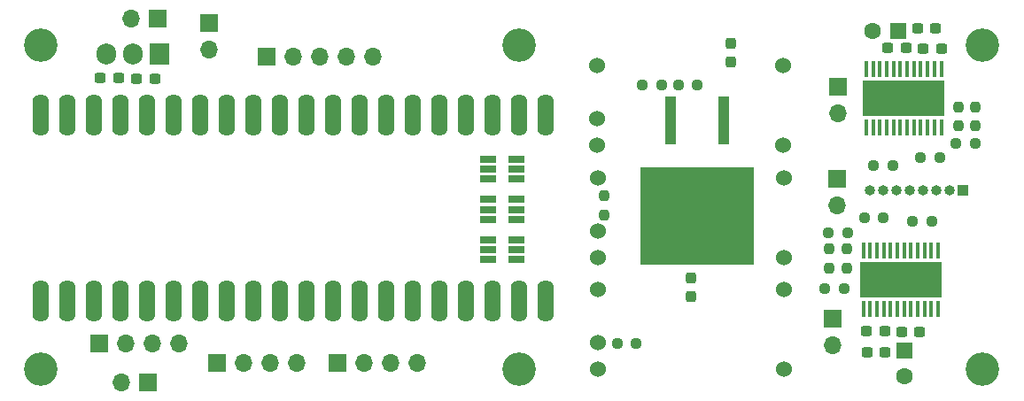
<source format=gbr>
%TF.GenerationSoftware,KiCad,Pcbnew,(6.0.2)*%
%TF.CreationDate,2023-02-07T01:45:27+03:00*%
%TF.ProjectId,Pistol_Camera_Driver,50697374-6f6c-45f4-9361-6d6572615f44,rev?*%
%TF.SameCoordinates,Original*%
%TF.FileFunction,Soldermask,Bot*%
%TF.FilePolarity,Negative*%
%FSLAX46Y46*%
G04 Gerber Fmt 4.6, Leading zero omitted, Abs format (unit mm)*
G04 Created by KiCad (PCBNEW (6.0.2)) date 2023-02-07 01:45:27*
%MOMM*%
%LPD*%
G01*
G04 APERTURE LIST*
G04 Aperture macros list*
%AMRoundRect*
0 Rectangle with rounded corners*
0 $1 Rounding radius*
0 $2 $3 $4 $5 $6 $7 $8 $9 X,Y pos of 4 corners*
0 Add a 4 corners polygon primitive as box body*
4,1,4,$2,$3,$4,$5,$6,$7,$8,$9,$2,$3,0*
0 Add four circle primitives for the rounded corners*
1,1,$1+$1,$2,$3*
1,1,$1+$1,$4,$5*
1,1,$1+$1,$6,$7*
1,1,$1+$1,$8,$9*
0 Add four rect primitives between the rounded corners*
20,1,$1+$1,$2,$3,$4,$5,0*
20,1,$1+$1,$4,$5,$6,$7,0*
20,1,$1+$1,$6,$7,$8,$9,0*
20,1,$1+$1,$8,$9,$2,$3,0*%
G04 Aperture macros list end*
%ADD10RoundRect,0.237500X0.237500X-0.250000X0.237500X0.250000X-0.237500X0.250000X-0.237500X-0.250000X0*%
%ADD11R,1.700000X1.700000*%
%ADD12O,1.700000X1.700000*%
%ADD13C,3.200000*%
%ADD14C,1.524000*%
%ADD15R,1.600000X1.600000*%
%ADD16C,1.600000*%
%ADD17R,1.905000X2.000000*%
%ADD18O,1.905000X2.000000*%
%ADD19O,1.600000X4.000000*%
%ADD20R,1.000000X1.000000*%
%ADD21O,1.000000X1.000000*%
%ADD22RoundRect,0.237500X-0.300000X-0.237500X0.300000X-0.237500X0.300000X0.237500X-0.300000X0.237500X0*%
%ADD23RoundRect,0.237500X-0.250000X-0.237500X0.250000X-0.237500X0.250000X0.237500X-0.250000X0.237500X0*%
%ADD24RoundRect,0.237500X0.250000X0.237500X-0.250000X0.237500X-0.250000X-0.237500X0.250000X-0.237500X0*%
%ADD25RoundRect,0.237500X-0.237500X0.250000X-0.237500X-0.250000X0.237500X-0.250000X0.237500X0.250000X0*%
%ADD26RoundRect,0.237500X0.300000X0.237500X-0.300000X0.237500X-0.300000X-0.237500X0.300000X-0.237500X0*%
%ADD27R,1.100000X4.600000*%
%ADD28R,10.800000X9.400000*%
%ADD29R,1.560000X0.650000*%
%ADD30RoundRect,0.237500X-0.237500X0.300000X-0.237500X-0.300000X0.237500X-0.300000X0.237500X0.300000X0*%
%ADD31R,0.300000X1.550000*%
%ADD32R,7.800000X3.400000*%
%ADD33RoundRect,0.237500X0.237500X-0.300000X0.237500X0.300000X-0.237500X0.300000X-0.237500X-0.300000X0*%
G04 APERTURE END LIST*
D10*
%TO.C,R15*%
X133250000Y-45250000D03*
X133250000Y-43425000D03*
%TD*%
D11*
%TO.C,J10*%
X84960000Y-57600000D03*
D12*
X87500000Y-57600000D03*
X90040000Y-57600000D03*
X92580000Y-57600000D03*
%TD*%
D11*
%TO.C,J1*%
X89640000Y-61300000D03*
D12*
X87100000Y-61300000D03*
%TD*%
D13*
%TO.C,REF\u002A\u002A*%
X125165000Y-60000000D03*
%TD*%
%TO.C,REF\u002A\u002A*%
X125165000Y-29000000D03*
%TD*%
D14*
%TO.C,U11*%
X132700000Y-41700000D03*
X132700000Y-46780000D03*
X132700000Y-49320000D03*
X150480000Y-49320000D03*
X150480000Y-41700000D03*
%TD*%
D11*
%TO.C,J9*%
X155550000Y-41800000D03*
D12*
X155550000Y-44340000D03*
%TD*%
D15*
%TO.C,C1*%
X162000000Y-58200000D03*
D16*
X162000000Y-60700000D03*
%TD*%
D15*
%TO.C,C9*%
X161400000Y-27700000D03*
D16*
X158900000Y-27700000D03*
%TD*%
D11*
%TO.C,J3*%
X95475000Y-26930000D03*
D12*
X95475000Y-29470000D03*
%TD*%
D11*
%TO.C,J7*%
X155075000Y-55150000D03*
D12*
X155075000Y-57690000D03*
%TD*%
D17*
%TO.C,U1*%
X90790000Y-29900000D03*
D18*
X88250000Y-29900000D03*
X85710000Y-29900000D03*
%TD*%
D19*
%TO.C,U3*%
X79445000Y-53505000D03*
X81985000Y-53505000D03*
X84525000Y-53505000D03*
X87065000Y-53505000D03*
X89605000Y-53505000D03*
X92145000Y-53505000D03*
X94685000Y-53505000D03*
X97225000Y-53505000D03*
X99765000Y-53505000D03*
X102305000Y-53505000D03*
X104845000Y-53505000D03*
X107385000Y-53505000D03*
X109925000Y-53505000D03*
X112465000Y-53505000D03*
X115005000Y-53505000D03*
X117545000Y-53505000D03*
X120085000Y-53505000D03*
X122625000Y-53505000D03*
X125165000Y-53505000D03*
X127705000Y-53505000D03*
X127705000Y-35725000D03*
X125165000Y-35725000D03*
X122625000Y-35725000D03*
X120085000Y-35725000D03*
X117545000Y-35725000D03*
X115005000Y-35725000D03*
X112465000Y-35725000D03*
X109925000Y-35725000D03*
X107385000Y-35725000D03*
X104845000Y-35725000D03*
X102305000Y-35725000D03*
X99765000Y-35725000D03*
X97225000Y-35725000D03*
X94685000Y-35725000D03*
X92145000Y-35725000D03*
X89605000Y-35725000D03*
X87065000Y-35725000D03*
X84525000Y-35725000D03*
X81985000Y-35725000D03*
X79445000Y-35725000D03*
%TD*%
D13*
%TO.C,REF\u002A\u002A*%
X79445000Y-29000000D03*
%TD*%
D11*
%TO.C,J4*%
X90550000Y-26450000D03*
D12*
X88010000Y-26450000D03*
%TD*%
D13*
%TO.C,REF\u002A\u002A*%
X169445000Y-60000000D03*
%TD*%
D11*
%TO.C,J5*%
X107750000Y-59450000D03*
D12*
X110290000Y-59450000D03*
X112830000Y-59450000D03*
X115370000Y-59450000D03*
%TD*%
D11*
%TO.C,Je1*%
X155575000Y-33050000D03*
D12*
X155575000Y-35590000D03*
%TD*%
D14*
%TO.C,U9*%
X132600000Y-31000000D03*
X132600000Y-36080000D03*
X132600000Y-38620000D03*
X150380000Y-38620000D03*
X150380000Y-31000000D03*
%TD*%
%TO.C,U7*%
X132660000Y-52390000D03*
X132660000Y-57470000D03*
X132660000Y-60010000D03*
X150440000Y-60010000D03*
X150440000Y-52390000D03*
%TD*%
D13*
%TO.C,REF\u002A\u002A*%
X79445000Y-60000000D03*
%TD*%
D11*
%TO.C,J8*%
X96300000Y-59450000D03*
D12*
X98840000Y-59450000D03*
X101380000Y-59450000D03*
X103920000Y-59450000D03*
%TD*%
D20*
%TO.C,J2*%
X167550000Y-42875000D03*
D21*
X166280000Y-42875000D03*
X165010000Y-42875000D03*
X163740000Y-42875000D03*
X162470000Y-42875000D03*
X161200000Y-42875000D03*
X159930000Y-42875000D03*
X158660000Y-42875000D03*
%TD*%
D11*
%TO.C,J6*%
X101000000Y-30125000D03*
D12*
X103540000Y-30125000D03*
X106080000Y-30125000D03*
X108620000Y-30125000D03*
X111160000Y-30125000D03*
%TD*%
D13*
%TO.C,REF\u002A\u002A*%
X169445000Y-29000000D03*
%TD*%
D22*
%TO.C,C12*%
X163750000Y-29350000D03*
X165475000Y-29350000D03*
%TD*%
D23*
%TO.C,R6*%
X140337500Y-32850000D03*
X142162500Y-32850000D03*
%TD*%
D24*
%TO.C,R7*%
X164550000Y-45850000D03*
X162725000Y-45850000D03*
%TD*%
D25*
%TO.C,R10*%
X168700000Y-34937500D03*
X168700000Y-36762500D03*
%TD*%
D26*
%TO.C,C7*%
X163412500Y-56450000D03*
X161687500Y-56450000D03*
%TD*%
D27*
%TO.C,U2*%
X139610000Y-36200000D03*
D28*
X142150000Y-45350000D03*
D27*
X144690000Y-36200000D03*
%TD*%
D23*
%TO.C,R14*%
X134500000Y-57550000D03*
X136325000Y-57550000D03*
%TD*%
%TO.C,R3*%
X136937500Y-32850000D03*
X138762500Y-32850000D03*
%TD*%
D24*
%TO.C,R9*%
X168712500Y-38400000D03*
X166887500Y-38400000D03*
%TD*%
D10*
%TO.C,R1*%
X156450000Y-50362500D03*
X156450000Y-48537500D03*
%TD*%
%TO.C,R4*%
X154800000Y-50362500D03*
X154800000Y-48537500D03*
%TD*%
D22*
%TO.C,C3*%
X85100000Y-32180000D03*
X86825000Y-32180000D03*
%TD*%
D23*
%TO.C,R2*%
X154700000Y-46950000D03*
X156525000Y-46950000D03*
%TD*%
D22*
%TO.C,C5*%
X158387500Y-58400000D03*
X160112500Y-58400000D03*
%TD*%
%TO.C,C11*%
X160387500Y-29250000D03*
X162112500Y-29250000D03*
%TD*%
D23*
%TO.C,R12*%
X159000000Y-40550000D03*
X160825000Y-40550000D03*
%TD*%
%TO.C,R8*%
X154350000Y-52350000D03*
X156175000Y-52350000D03*
%TD*%
%TO.C,R5*%
X158137500Y-45550000D03*
X159962500Y-45550000D03*
%TD*%
D25*
%TO.C,R9*%
X167100000Y-34925000D03*
X167100000Y-36750000D03*
%TD*%
D29*
%TO.C,U8*%
X122200000Y-41850000D03*
X122200000Y-40900000D03*
X122200000Y-39950000D03*
X124900000Y-39950000D03*
X124900000Y-40900000D03*
X124900000Y-41850000D03*
%TD*%
D26*
%TO.C,C2*%
X90312500Y-32230000D03*
X88587500Y-32230000D03*
%TD*%
D22*
%TO.C,C10*%
X163187500Y-27450000D03*
X164912500Y-27450000D03*
%TD*%
D30*
%TO.C,C6*%
X141550000Y-51325000D03*
X141550000Y-53050000D03*
%TD*%
D29*
%TO.C,U6*%
X122200000Y-49550000D03*
X122200000Y-48600000D03*
X122200000Y-47650000D03*
X124900000Y-47650000D03*
X124900000Y-48600000D03*
X124900000Y-49550000D03*
%TD*%
D24*
%TO.C,R11*%
X165312500Y-39750000D03*
X163487500Y-39750000D03*
%TD*%
D31*
%TO.C,U4*%
X158025000Y-48700000D03*
X158675000Y-48700000D03*
X159325000Y-48700000D03*
X159975000Y-48700000D03*
X160625000Y-48700000D03*
X161275000Y-48700000D03*
X161925000Y-48700000D03*
X162575000Y-48700000D03*
X163225000Y-48700000D03*
X163875000Y-48700000D03*
X164525000Y-48700000D03*
X165175000Y-48700000D03*
X165175000Y-54300000D03*
X164525000Y-54300000D03*
X163875000Y-54300000D03*
X163225000Y-54300000D03*
X162575000Y-54300000D03*
X161925000Y-54300000D03*
X161275000Y-54300000D03*
X160625000Y-54300000D03*
X159975000Y-54300000D03*
X159325000Y-54300000D03*
X158675000Y-54300000D03*
X158025000Y-54300000D03*
D32*
X161600000Y-51500000D03*
%TD*%
D29*
%TO.C,U10*%
X122200000Y-45700000D03*
X122200000Y-44750000D03*
X122200000Y-43800000D03*
X124900000Y-43800000D03*
X124900000Y-44750000D03*
X124900000Y-45700000D03*
%TD*%
D31*
%TO.C,U5*%
X165475000Y-36900000D03*
X164825000Y-36900000D03*
X164175000Y-36900000D03*
X163525000Y-36900000D03*
X162875000Y-36900000D03*
X162225000Y-36900000D03*
X161575000Y-36900000D03*
X160925000Y-36900000D03*
X160275000Y-36900000D03*
X159625000Y-36900000D03*
X158975000Y-36900000D03*
X158325000Y-36900000D03*
X158325000Y-31300000D03*
X158975000Y-31300000D03*
X159625000Y-31300000D03*
X160275000Y-31300000D03*
X160925000Y-31300000D03*
X161575000Y-31300000D03*
X162225000Y-31300000D03*
X162875000Y-31300000D03*
X163525000Y-31300000D03*
X164175000Y-31300000D03*
X164825000Y-31300000D03*
X165475000Y-31300000D03*
D32*
X161900000Y-34100000D03*
%TD*%
D26*
%TO.C,C8*%
X160062500Y-56400000D03*
X158337500Y-56400000D03*
%TD*%
D33*
%TO.C,C4*%
X145350000Y-30612500D03*
X145350000Y-28887500D03*
%TD*%
M02*

</source>
